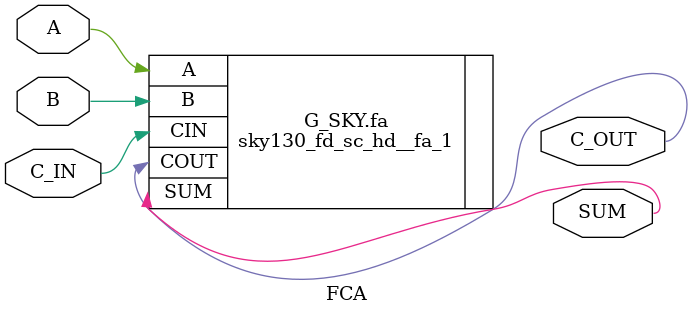
<source format=sv>
`timescale 1ns / 1ps
/** -=-=-=-=-=-=-=-=-=-=-=-=-=-=-=-=-=-=-=-=-=-=-=-=-=-=-=-=-=-=-=-=-=-=-=-=-=-=-=-=-=-=-=-=-=-=-=-
 * Engineer: Gustaf Swansen
 * 
 * Create Date: 07/18/2025
 * Module Name: FCA
 * Target Devices: Aller A7 FPGA Board with M.2 Interface
 * Tool Versions: Vivado 2025.1
 * Description: 
 *   This is a full carry adder. This is used to sum one input bit with another input bit. The 
 *   longterm goal is to use this as a submodule and create a square root carry select adder.
 * 
 * Dependencies: None
 * 
 * Additional Comments: 
 *  1) This design is not gate minimized for ASIC.
 *  2) This design is likely not optimal for FPGA since it skips built in adders / DSPs. 
 -=-=-=-=-=-=-=-=-=-=-=-=-=-=-=-=-=-=-=-=-=-=-=-=-=-=-=-=-=-=-=-=-=-=-=-=-=-=-=-=-=-=-=-=-=-=-=- */


module FCA
(
    input  wire A   ,
    input  wire B   ,
    input  wire C_IN,

    output wire SUM  ,
    output wire C_OUT
);

// if using the skywater pdk
`ifdef NO_GATES
    localparam SKY130 = 0;
`else 
    localparam SKY130 = 1;
`endif

generate
    if(SKY130) begin : G_SKY
        sky130_fd_sc_hd__fa_1 fa (/*.VPWR(1'b1), .VGND(1'b0), .VPB(1'b1), .VNB(1'b0), */.A(A), .B(B), .CIN(C_IN), .SUM(SUM), .COUT(C_OUT));
    end else begin : G_RTL
        /* Stage 1 */
        wire a_xor_b;
        wire a_and_b;

        assign a_xor_b = A ^ B;
        assign a_and_b = A & B;

        /* Stage 2 */
        wire a_xor_b_and_c;

        assign SUM           = a_xor_b ^ C_IN;
        assign a_xor_b_and_c = a_xor_b & C_IN;

        /* Stage 3 */

        assign C_OUT =  a_xor_b_and_c | a_and_b;
    end
endgenerate



endmodule

</source>
